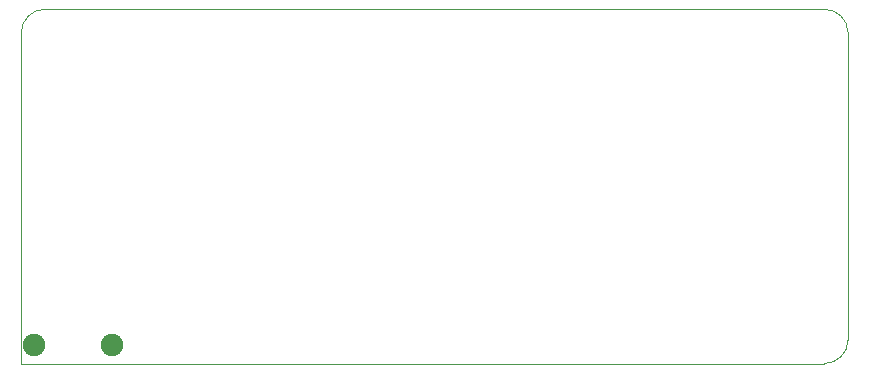
<source format=gtp>
G04 #@! TF.FileFunction,Paste,Top*
%FSLAX46Y46*%
G04 Gerber Fmt 4.6, Leading zero omitted, Abs format (unit mm)*
G04 Created by KiCad (PCBNEW (2014-12-11 BZR 5320)-product) date Wed Dec 17 12:14:25 2014*
%MOMM*%
G01*
G04 APERTURE LIST*
%ADD10C,0.100000*%
%ADD11C,1.905000*%
G04 APERTURE END LIST*
D10*
X100000000Y-58000000D02*
X100000000Y-32000000D01*
X100000000Y-32000000D02*
G75*
G03X98000000Y-30000000I-2000000J0D01*
G01*
X98000000Y-60000000D02*
G75*
G03X100000000Y-58000000I0J2000000D01*
G01*
X32000000Y-30000000D02*
G75*
G03X30000000Y-32000000I0J-2000000D01*
G01*
X30000000Y-60000000D02*
X30000000Y-32000000D01*
X98000000Y-60000000D02*
X30000000Y-60000000D01*
X32000000Y-30000000D02*
X98000000Y-30000000D01*
D11*
X37702000Y-58467000D03*
X31098000Y-58467000D03*
M02*

</source>
